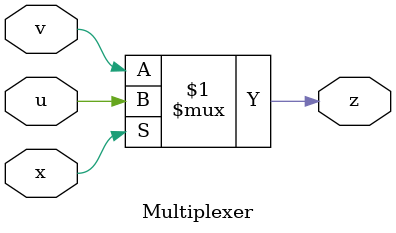
<source format=v>
`timescale 1ns / 1ps
/*
Assignment 6
Problem no: 1
Semester: 5th
Group: 28
Members: 
Aryan Singh (19CS30007)
Abhinandan De (19CS10069)
*/
module Multiplexer(
		input x,
		input u,
		input v,
		output z
	 );
		// z = xu + x'v
		assign z = x ? u : v;

endmodule

</source>
